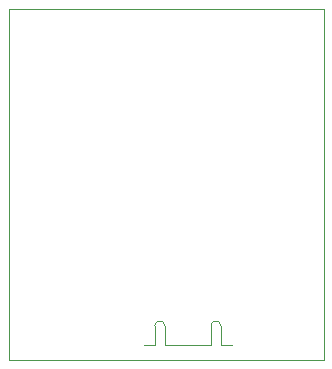
<source format=gbr>
%TF.GenerationSoftware,KiCad,Pcbnew,6.0.6*%
%TF.CreationDate,2022-07-13T22:25:43+03:00*%
%TF.ProjectId,led.d,6c65642e-642e-46b6-9963-61645f706362,0*%
%TF.SameCoordinates,Original*%
%TF.FileFunction,Profile,NP*%
%FSLAX46Y46*%
G04 Gerber Fmt 4.6, Leading zero omitted, Abs format (unit mm)*
G04 Created by KiCad (PCBNEW 6.0.6) date 2022-07-13 22:25:43*
%MOMM*%
%LPD*%
G01*
G04 APERTURE LIST*
%TA.AperFunction,Profile*%
%ADD10C,0.100000*%
%TD*%
G04 APERTURE END LIST*
D10*
X61665000Y-253860170D02*
X88335000Y-253860170D01*
X88335000Y-253860170D02*
X88335000Y-283524803D01*
X88335000Y-283524803D02*
X61665000Y-283524803D01*
X61665000Y-283524803D02*
X61665000Y-253860170D01*
%TO.C,J1*%
X74900000Y-280680000D02*
X74900000Y-282255000D01*
X79650000Y-280680000D02*
X79650000Y-282255000D01*
X74900000Y-282255000D02*
X78800000Y-282255000D01*
X79650000Y-282255000D02*
X80600000Y-282255000D01*
X73100000Y-282255000D02*
X74050000Y-282255000D01*
X78800000Y-280680000D02*
X78800000Y-282255000D01*
X74050000Y-280680000D02*
X74050000Y-282255000D01*
X79650000Y-280680000D02*
G75*
G03*
X78800000Y-280680000I-425000J0D01*
G01*
X74900000Y-280680000D02*
G75*
G03*
X74050000Y-280680000I-425000J0D01*
G01*
%TD*%
M02*

</source>
